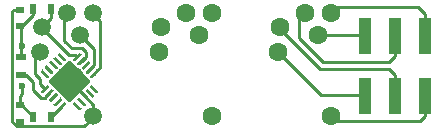
<source format=gbr>
G04 #@! TF.GenerationSoftware,KiCad,Pcbnew,(5.1.2-1)-1*
G04 #@! TF.CreationDate,2019-07-19T11:44:39-07:00*
G04 #@! TF.ProjectId,class v3 - all,636c6173-7320-4763-9320-2d20616c6c2e,rev?*
G04 #@! TF.SameCoordinates,Original*
G04 #@! TF.FileFunction,Copper,L1,Top*
G04 #@! TF.FilePolarity,Positive*
%FSLAX46Y46*%
G04 Gerber Fmt 4.6, Leading zero omitted, Abs format (unit mm)*
G04 Created by KiCad (PCBNEW (5.1.2-1)-1) date 2019-07-19 11:44:39*
%MOMM*%
%LPD*%
G04 APERTURE LIST*
%ADD10C,1.600000*%
%ADD11R,1.000000X3.150000*%
%ADD12R,0.700000X0.600000*%
%ADD13C,1.500000*%
%ADD14R,0.900000X0.500000*%
%ADD15R,0.500000X0.900000*%
%ADD16C,0.100000*%
%ADD17C,2.600000*%
%ADD18C,0.250000*%
%ADD19C,0.800000*%
%ADD20C,0.600000*%
%ADD21C,0.250000*%
G04 APERTURE END LIST*
D10*
X120600000Y-89040000D03*
X125090000Y-85700000D03*
X120760000Y-86900000D03*
X122910000Y-85700000D03*
X125090000Y-94450000D03*
X123960000Y-87590000D03*
D11*
X133010000Y-87675000D03*
X133010000Y-92725000D03*
X130470000Y-87675000D03*
X130470000Y-92725000D03*
X127930000Y-87675000D03*
X127930000Y-92725000D03*
D10*
X114990000Y-85720000D03*
X113860000Y-87610000D03*
X110500000Y-89060000D03*
X114990000Y-94470000D03*
X112810000Y-85720000D03*
X110660000Y-86920000D03*
D12*
X98750000Y-86880000D03*
X98750000Y-85480000D03*
X98750000Y-93560000D03*
X98750000Y-94960000D03*
D13*
X100600000Y-86920000D03*
X104930000Y-94470000D03*
D14*
X98840000Y-90970000D03*
X98840000Y-89470000D03*
D15*
X99840000Y-85420000D03*
X101340000Y-85420000D03*
X101370000Y-94550000D03*
X99870000Y-94550000D03*
D13*
X100440000Y-89060000D03*
X103800000Y-87610000D03*
X104930000Y-85720000D03*
X102750000Y-85720000D03*
D16*
G36*
X102964504Y-89796280D02*
G01*
X102988773Y-89799880D01*
X103012571Y-89805841D01*
X103035671Y-89814106D01*
X103057849Y-89824596D01*
X103078893Y-89837209D01*
X103098598Y-89851823D01*
X103116777Y-89868299D01*
X104601701Y-91353223D01*
X104618177Y-91371402D01*
X104632791Y-91391107D01*
X104645404Y-91412151D01*
X104655894Y-91434329D01*
X104664159Y-91457429D01*
X104670120Y-91481227D01*
X104673720Y-91505496D01*
X104674924Y-91530000D01*
X104673720Y-91554504D01*
X104670120Y-91578773D01*
X104664159Y-91602571D01*
X104655894Y-91625671D01*
X104645404Y-91647849D01*
X104632791Y-91668893D01*
X104618177Y-91688598D01*
X104601701Y-91706777D01*
X103116777Y-93191701D01*
X103098598Y-93208177D01*
X103078893Y-93222791D01*
X103057849Y-93235404D01*
X103035671Y-93245894D01*
X103012571Y-93254159D01*
X102988773Y-93260120D01*
X102964504Y-93263720D01*
X102940000Y-93264924D01*
X102915496Y-93263720D01*
X102891227Y-93260120D01*
X102867429Y-93254159D01*
X102844329Y-93245894D01*
X102822151Y-93235404D01*
X102801107Y-93222791D01*
X102781402Y-93208177D01*
X102763223Y-93191701D01*
X101278299Y-91706777D01*
X101261823Y-91688598D01*
X101247209Y-91668893D01*
X101234596Y-91647849D01*
X101224106Y-91625671D01*
X101215841Y-91602571D01*
X101209880Y-91578773D01*
X101206280Y-91554504D01*
X101205076Y-91530000D01*
X101206280Y-91505496D01*
X101209880Y-91481227D01*
X101215841Y-91457429D01*
X101224106Y-91434329D01*
X101234596Y-91412151D01*
X101247209Y-91391107D01*
X101261823Y-91371402D01*
X101278299Y-91353223D01*
X102763223Y-89868299D01*
X102781402Y-89851823D01*
X102801107Y-89837209D01*
X102822151Y-89824596D01*
X102844329Y-89814106D01*
X102867429Y-89805841D01*
X102891227Y-89799880D01*
X102915496Y-89796280D01*
X102940000Y-89795076D01*
X102964504Y-89796280D01*
X102964504Y-89796280D01*
G37*
D17*
X102940000Y-91530000D03*
D16*
G36*
X101089971Y-91821355D02*
G01*
X101096038Y-91822255D01*
X101101988Y-91823745D01*
X101107763Y-91825812D01*
X101113307Y-91828434D01*
X101118568Y-91831587D01*
X101123495Y-91835241D01*
X101128039Y-91839360D01*
X101216427Y-91927748D01*
X101220546Y-91932292D01*
X101224200Y-91937219D01*
X101227353Y-91942480D01*
X101229975Y-91948024D01*
X101232042Y-91953799D01*
X101233532Y-91959749D01*
X101234432Y-91965816D01*
X101234733Y-91971942D01*
X101234432Y-91978068D01*
X101233532Y-91984135D01*
X101232042Y-91990085D01*
X101229975Y-91995860D01*
X101227353Y-92001404D01*
X101224200Y-92006665D01*
X101220546Y-92011592D01*
X101216427Y-92016136D01*
X100703775Y-92528788D01*
X100699231Y-92532907D01*
X100694304Y-92536561D01*
X100689043Y-92539714D01*
X100683499Y-92542336D01*
X100677724Y-92544403D01*
X100671774Y-92545893D01*
X100665707Y-92546793D01*
X100659581Y-92547094D01*
X100653455Y-92546793D01*
X100647388Y-92545893D01*
X100641438Y-92544403D01*
X100635663Y-92542336D01*
X100630119Y-92539714D01*
X100624858Y-92536561D01*
X100619931Y-92532907D01*
X100615387Y-92528788D01*
X100526999Y-92440400D01*
X100522880Y-92435856D01*
X100519226Y-92430929D01*
X100516073Y-92425668D01*
X100513451Y-92420124D01*
X100511384Y-92414349D01*
X100509894Y-92408399D01*
X100508994Y-92402332D01*
X100508693Y-92396206D01*
X100508994Y-92390080D01*
X100509894Y-92384013D01*
X100511384Y-92378063D01*
X100513451Y-92372288D01*
X100516073Y-92366744D01*
X100519226Y-92361483D01*
X100522880Y-92356556D01*
X100526999Y-92352012D01*
X101039651Y-91839360D01*
X101044195Y-91835241D01*
X101049122Y-91831587D01*
X101054383Y-91828434D01*
X101059927Y-91825812D01*
X101065702Y-91823745D01*
X101071652Y-91822255D01*
X101077719Y-91821355D01*
X101083845Y-91821054D01*
X101089971Y-91821355D01*
X101089971Y-91821355D01*
G37*
D18*
X100871713Y-92184074D03*
D16*
G36*
X101443524Y-92174908D02*
G01*
X101449591Y-92175808D01*
X101455541Y-92177298D01*
X101461316Y-92179365D01*
X101466860Y-92181987D01*
X101472121Y-92185140D01*
X101477048Y-92188794D01*
X101481592Y-92192913D01*
X101569980Y-92281301D01*
X101574099Y-92285845D01*
X101577753Y-92290772D01*
X101580906Y-92296033D01*
X101583528Y-92301577D01*
X101585595Y-92307352D01*
X101587085Y-92313302D01*
X101587985Y-92319369D01*
X101588286Y-92325495D01*
X101587985Y-92331621D01*
X101587085Y-92337688D01*
X101585595Y-92343638D01*
X101583528Y-92349413D01*
X101580906Y-92354957D01*
X101577753Y-92360218D01*
X101574099Y-92365145D01*
X101569980Y-92369689D01*
X101057328Y-92882341D01*
X101052784Y-92886460D01*
X101047857Y-92890114D01*
X101042596Y-92893267D01*
X101037052Y-92895889D01*
X101031277Y-92897956D01*
X101025327Y-92899446D01*
X101019260Y-92900346D01*
X101013134Y-92900647D01*
X101007008Y-92900346D01*
X101000941Y-92899446D01*
X100994991Y-92897956D01*
X100989216Y-92895889D01*
X100983672Y-92893267D01*
X100978411Y-92890114D01*
X100973484Y-92886460D01*
X100968940Y-92882341D01*
X100880552Y-92793953D01*
X100876433Y-92789409D01*
X100872779Y-92784482D01*
X100869626Y-92779221D01*
X100867004Y-92773677D01*
X100864937Y-92767902D01*
X100863447Y-92761952D01*
X100862547Y-92755885D01*
X100862246Y-92749759D01*
X100862547Y-92743633D01*
X100863447Y-92737566D01*
X100864937Y-92731616D01*
X100867004Y-92725841D01*
X100869626Y-92720297D01*
X100872779Y-92715036D01*
X100876433Y-92710109D01*
X100880552Y-92705565D01*
X101393204Y-92192913D01*
X101397748Y-92188794D01*
X101402675Y-92185140D01*
X101407936Y-92181987D01*
X101413480Y-92179365D01*
X101419255Y-92177298D01*
X101425205Y-92175808D01*
X101431272Y-92174908D01*
X101437398Y-92174607D01*
X101443524Y-92174908D01*
X101443524Y-92174908D01*
G37*
D18*
X101225266Y-92537627D03*
D16*
G36*
X101797077Y-92528462D02*
G01*
X101803144Y-92529362D01*
X101809094Y-92530852D01*
X101814869Y-92532919D01*
X101820413Y-92535541D01*
X101825674Y-92538694D01*
X101830601Y-92542348D01*
X101835145Y-92546467D01*
X101923533Y-92634855D01*
X101927652Y-92639399D01*
X101931306Y-92644326D01*
X101934459Y-92649587D01*
X101937081Y-92655131D01*
X101939148Y-92660906D01*
X101940638Y-92666856D01*
X101941538Y-92672923D01*
X101941839Y-92679049D01*
X101941538Y-92685175D01*
X101940638Y-92691242D01*
X101939148Y-92697192D01*
X101937081Y-92702967D01*
X101934459Y-92708511D01*
X101931306Y-92713772D01*
X101927652Y-92718699D01*
X101923533Y-92723243D01*
X101410881Y-93235895D01*
X101406337Y-93240014D01*
X101401410Y-93243668D01*
X101396149Y-93246821D01*
X101390605Y-93249443D01*
X101384830Y-93251510D01*
X101378880Y-93253000D01*
X101372813Y-93253900D01*
X101366687Y-93254201D01*
X101360561Y-93253900D01*
X101354494Y-93253000D01*
X101348544Y-93251510D01*
X101342769Y-93249443D01*
X101337225Y-93246821D01*
X101331964Y-93243668D01*
X101327037Y-93240014D01*
X101322493Y-93235895D01*
X101234105Y-93147507D01*
X101229986Y-93142963D01*
X101226332Y-93138036D01*
X101223179Y-93132775D01*
X101220557Y-93127231D01*
X101218490Y-93121456D01*
X101217000Y-93115506D01*
X101216100Y-93109439D01*
X101215799Y-93103313D01*
X101216100Y-93097187D01*
X101217000Y-93091120D01*
X101218490Y-93085170D01*
X101220557Y-93079395D01*
X101223179Y-93073851D01*
X101226332Y-93068590D01*
X101229986Y-93063663D01*
X101234105Y-93059119D01*
X101746757Y-92546467D01*
X101751301Y-92542348D01*
X101756228Y-92538694D01*
X101761489Y-92535541D01*
X101767033Y-92532919D01*
X101772808Y-92530852D01*
X101778758Y-92529362D01*
X101784825Y-92528462D01*
X101790951Y-92528161D01*
X101797077Y-92528462D01*
X101797077Y-92528462D01*
G37*
D18*
X101578819Y-92891181D03*
D16*
G36*
X102150631Y-92882015D02*
G01*
X102156698Y-92882915D01*
X102162648Y-92884405D01*
X102168423Y-92886472D01*
X102173967Y-92889094D01*
X102179228Y-92892247D01*
X102184155Y-92895901D01*
X102188699Y-92900020D01*
X102277087Y-92988408D01*
X102281206Y-92992952D01*
X102284860Y-92997879D01*
X102288013Y-93003140D01*
X102290635Y-93008684D01*
X102292702Y-93014459D01*
X102294192Y-93020409D01*
X102295092Y-93026476D01*
X102295393Y-93032602D01*
X102295092Y-93038728D01*
X102294192Y-93044795D01*
X102292702Y-93050745D01*
X102290635Y-93056520D01*
X102288013Y-93062064D01*
X102284860Y-93067325D01*
X102281206Y-93072252D01*
X102277087Y-93076796D01*
X101764435Y-93589448D01*
X101759891Y-93593567D01*
X101754964Y-93597221D01*
X101749703Y-93600374D01*
X101744159Y-93602996D01*
X101738384Y-93605063D01*
X101732434Y-93606553D01*
X101726367Y-93607453D01*
X101720241Y-93607754D01*
X101714115Y-93607453D01*
X101708048Y-93606553D01*
X101702098Y-93605063D01*
X101696323Y-93602996D01*
X101690779Y-93600374D01*
X101685518Y-93597221D01*
X101680591Y-93593567D01*
X101676047Y-93589448D01*
X101587659Y-93501060D01*
X101583540Y-93496516D01*
X101579886Y-93491589D01*
X101576733Y-93486328D01*
X101574111Y-93480784D01*
X101572044Y-93475009D01*
X101570554Y-93469059D01*
X101569654Y-93462992D01*
X101569353Y-93456866D01*
X101569654Y-93450740D01*
X101570554Y-93444673D01*
X101572044Y-93438723D01*
X101574111Y-93432948D01*
X101576733Y-93427404D01*
X101579886Y-93422143D01*
X101583540Y-93417216D01*
X101587659Y-93412672D01*
X102100311Y-92900020D01*
X102104855Y-92895901D01*
X102109782Y-92892247D01*
X102115043Y-92889094D01*
X102120587Y-92886472D01*
X102126362Y-92884405D01*
X102132312Y-92882915D01*
X102138379Y-92882015D01*
X102144505Y-92881714D01*
X102150631Y-92882015D01*
X102150631Y-92882015D01*
G37*
D18*
X101932373Y-93244734D03*
D16*
G36*
X102504184Y-93235568D02*
G01*
X102510251Y-93236468D01*
X102516201Y-93237958D01*
X102521976Y-93240025D01*
X102527520Y-93242647D01*
X102532781Y-93245800D01*
X102537708Y-93249454D01*
X102542252Y-93253573D01*
X102630640Y-93341961D01*
X102634759Y-93346505D01*
X102638413Y-93351432D01*
X102641566Y-93356693D01*
X102644188Y-93362237D01*
X102646255Y-93368012D01*
X102647745Y-93373962D01*
X102648645Y-93380029D01*
X102648946Y-93386155D01*
X102648645Y-93392281D01*
X102647745Y-93398348D01*
X102646255Y-93404298D01*
X102644188Y-93410073D01*
X102641566Y-93415617D01*
X102638413Y-93420878D01*
X102634759Y-93425805D01*
X102630640Y-93430349D01*
X102117988Y-93943001D01*
X102113444Y-93947120D01*
X102108517Y-93950774D01*
X102103256Y-93953927D01*
X102097712Y-93956549D01*
X102091937Y-93958616D01*
X102085987Y-93960106D01*
X102079920Y-93961006D01*
X102073794Y-93961307D01*
X102067668Y-93961006D01*
X102061601Y-93960106D01*
X102055651Y-93958616D01*
X102049876Y-93956549D01*
X102044332Y-93953927D01*
X102039071Y-93950774D01*
X102034144Y-93947120D01*
X102029600Y-93943001D01*
X101941212Y-93854613D01*
X101937093Y-93850069D01*
X101933439Y-93845142D01*
X101930286Y-93839881D01*
X101927664Y-93834337D01*
X101925597Y-93828562D01*
X101924107Y-93822612D01*
X101923207Y-93816545D01*
X101922906Y-93810419D01*
X101923207Y-93804293D01*
X101924107Y-93798226D01*
X101925597Y-93792276D01*
X101927664Y-93786501D01*
X101930286Y-93780957D01*
X101933439Y-93775696D01*
X101937093Y-93770769D01*
X101941212Y-93766225D01*
X102453864Y-93253573D01*
X102458408Y-93249454D01*
X102463335Y-93245800D01*
X102468596Y-93242647D01*
X102474140Y-93240025D01*
X102479915Y-93237958D01*
X102485865Y-93236468D01*
X102491932Y-93235568D01*
X102498058Y-93235267D01*
X102504184Y-93235568D01*
X102504184Y-93235568D01*
G37*
D18*
X102285926Y-93598287D03*
D16*
G36*
X103388068Y-93235568D02*
G01*
X103394135Y-93236468D01*
X103400085Y-93237958D01*
X103405860Y-93240025D01*
X103411404Y-93242647D01*
X103416665Y-93245800D01*
X103421592Y-93249454D01*
X103426136Y-93253573D01*
X103938788Y-93766225D01*
X103942907Y-93770769D01*
X103946561Y-93775696D01*
X103949714Y-93780957D01*
X103952336Y-93786501D01*
X103954403Y-93792276D01*
X103955893Y-93798226D01*
X103956793Y-93804293D01*
X103957094Y-93810419D01*
X103956793Y-93816545D01*
X103955893Y-93822612D01*
X103954403Y-93828562D01*
X103952336Y-93834337D01*
X103949714Y-93839881D01*
X103946561Y-93845142D01*
X103942907Y-93850069D01*
X103938788Y-93854613D01*
X103850400Y-93943001D01*
X103845856Y-93947120D01*
X103840929Y-93950774D01*
X103835668Y-93953927D01*
X103830124Y-93956549D01*
X103824349Y-93958616D01*
X103818399Y-93960106D01*
X103812332Y-93961006D01*
X103806206Y-93961307D01*
X103800080Y-93961006D01*
X103794013Y-93960106D01*
X103788063Y-93958616D01*
X103782288Y-93956549D01*
X103776744Y-93953927D01*
X103771483Y-93950774D01*
X103766556Y-93947120D01*
X103762012Y-93943001D01*
X103249360Y-93430349D01*
X103245241Y-93425805D01*
X103241587Y-93420878D01*
X103238434Y-93415617D01*
X103235812Y-93410073D01*
X103233745Y-93404298D01*
X103232255Y-93398348D01*
X103231355Y-93392281D01*
X103231054Y-93386155D01*
X103231355Y-93380029D01*
X103232255Y-93373962D01*
X103233745Y-93368012D01*
X103235812Y-93362237D01*
X103238434Y-93356693D01*
X103241587Y-93351432D01*
X103245241Y-93346505D01*
X103249360Y-93341961D01*
X103337748Y-93253573D01*
X103342292Y-93249454D01*
X103347219Y-93245800D01*
X103352480Y-93242647D01*
X103358024Y-93240025D01*
X103363799Y-93237958D01*
X103369749Y-93236468D01*
X103375816Y-93235568D01*
X103381942Y-93235267D01*
X103388068Y-93235568D01*
X103388068Y-93235568D01*
G37*
D18*
X103594074Y-93598287D03*
D16*
G36*
X103741621Y-92882015D02*
G01*
X103747688Y-92882915D01*
X103753638Y-92884405D01*
X103759413Y-92886472D01*
X103764957Y-92889094D01*
X103770218Y-92892247D01*
X103775145Y-92895901D01*
X103779689Y-92900020D01*
X104292341Y-93412672D01*
X104296460Y-93417216D01*
X104300114Y-93422143D01*
X104303267Y-93427404D01*
X104305889Y-93432948D01*
X104307956Y-93438723D01*
X104309446Y-93444673D01*
X104310346Y-93450740D01*
X104310647Y-93456866D01*
X104310346Y-93462992D01*
X104309446Y-93469059D01*
X104307956Y-93475009D01*
X104305889Y-93480784D01*
X104303267Y-93486328D01*
X104300114Y-93491589D01*
X104296460Y-93496516D01*
X104292341Y-93501060D01*
X104203953Y-93589448D01*
X104199409Y-93593567D01*
X104194482Y-93597221D01*
X104189221Y-93600374D01*
X104183677Y-93602996D01*
X104177902Y-93605063D01*
X104171952Y-93606553D01*
X104165885Y-93607453D01*
X104159759Y-93607754D01*
X104153633Y-93607453D01*
X104147566Y-93606553D01*
X104141616Y-93605063D01*
X104135841Y-93602996D01*
X104130297Y-93600374D01*
X104125036Y-93597221D01*
X104120109Y-93593567D01*
X104115565Y-93589448D01*
X103602913Y-93076796D01*
X103598794Y-93072252D01*
X103595140Y-93067325D01*
X103591987Y-93062064D01*
X103589365Y-93056520D01*
X103587298Y-93050745D01*
X103585808Y-93044795D01*
X103584908Y-93038728D01*
X103584607Y-93032602D01*
X103584908Y-93026476D01*
X103585808Y-93020409D01*
X103587298Y-93014459D01*
X103589365Y-93008684D01*
X103591987Y-93003140D01*
X103595140Y-92997879D01*
X103598794Y-92992952D01*
X103602913Y-92988408D01*
X103691301Y-92900020D01*
X103695845Y-92895901D01*
X103700772Y-92892247D01*
X103706033Y-92889094D01*
X103711577Y-92886472D01*
X103717352Y-92884405D01*
X103723302Y-92882915D01*
X103729369Y-92882015D01*
X103735495Y-92881714D01*
X103741621Y-92882015D01*
X103741621Y-92882015D01*
G37*
D18*
X103947627Y-93244734D03*
D16*
G36*
X104095175Y-92528462D02*
G01*
X104101242Y-92529362D01*
X104107192Y-92530852D01*
X104112967Y-92532919D01*
X104118511Y-92535541D01*
X104123772Y-92538694D01*
X104128699Y-92542348D01*
X104133243Y-92546467D01*
X104645895Y-93059119D01*
X104650014Y-93063663D01*
X104653668Y-93068590D01*
X104656821Y-93073851D01*
X104659443Y-93079395D01*
X104661510Y-93085170D01*
X104663000Y-93091120D01*
X104663900Y-93097187D01*
X104664201Y-93103313D01*
X104663900Y-93109439D01*
X104663000Y-93115506D01*
X104661510Y-93121456D01*
X104659443Y-93127231D01*
X104656821Y-93132775D01*
X104653668Y-93138036D01*
X104650014Y-93142963D01*
X104645895Y-93147507D01*
X104557507Y-93235895D01*
X104552963Y-93240014D01*
X104548036Y-93243668D01*
X104542775Y-93246821D01*
X104537231Y-93249443D01*
X104531456Y-93251510D01*
X104525506Y-93253000D01*
X104519439Y-93253900D01*
X104513313Y-93254201D01*
X104507187Y-93253900D01*
X104501120Y-93253000D01*
X104495170Y-93251510D01*
X104489395Y-93249443D01*
X104483851Y-93246821D01*
X104478590Y-93243668D01*
X104473663Y-93240014D01*
X104469119Y-93235895D01*
X103956467Y-92723243D01*
X103952348Y-92718699D01*
X103948694Y-92713772D01*
X103945541Y-92708511D01*
X103942919Y-92702967D01*
X103940852Y-92697192D01*
X103939362Y-92691242D01*
X103938462Y-92685175D01*
X103938161Y-92679049D01*
X103938462Y-92672923D01*
X103939362Y-92666856D01*
X103940852Y-92660906D01*
X103942919Y-92655131D01*
X103945541Y-92649587D01*
X103948694Y-92644326D01*
X103952348Y-92639399D01*
X103956467Y-92634855D01*
X104044855Y-92546467D01*
X104049399Y-92542348D01*
X104054326Y-92538694D01*
X104059587Y-92535541D01*
X104065131Y-92532919D01*
X104070906Y-92530852D01*
X104076856Y-92529362D01*
X104082923Y-92528462D01*
X104089049Y-92528161D01*
X104095175Y-92528462D01*
X104095175Y-92528462D01*
G37*
D18*
X104301181Y-92891181D03*
D16*
G36*
X104448728Y-92174908D02*
G01*
X104454795Y-92175808D01*
X104460745Y-92177298D01*
X104466520Y-92179365D01*
X104472064Y-92181987D01*
X104477325Y-92185140D01*
X104482252Y-92188794D01*
X104486796Y-92192913D01*
X104999448Y-92705565D01*
X105003567Y-92710109D01*
X105007221Y-92715036D01*
X105010374Y-92720297D01*
X105012996Y-92725841D01*
X105015063Y-92731616D01*
X105016553Y-92737566D01*
X105017453Y-92743633D01*
X105017754Y-92749759D01*
X105017453Y-92755885D01*
X105016553Y-92761952D01*
X105015063Y-92767902D01*
X105012996Y-92773677D01*
X105010374Y-92779221D01*
X105007221Y-92784482D01*
X105003567Y-92789409D01*
X104999448Y-92793953D01*
X104911060Y-92882341D01*
X104906516Y-92886460D01*
X104901589Y-92890114D01*
X104896328Y-92893267D01*
X104890784Y-92895889D01*
X104885009Y-92897956D01*
X104879059Y-92899446D01*
X104872992Y-92900346D01*
X104866866Y-92900647D01*
X104860740Y-92900346D01*
X104854673Y-92899446D01*
X104848723Y-92897956D01*
X104842948Y-92895889D01*
X104837404Y-92893267D01*
X104832143Y-92890114D01*
X104827216Y-92886460D01*
X104822672Y-92882341D01*
X104310020Y-92369689D01*
X104305901Y-92365145D01*
X104302247Y-92360218D01*
X104299094Y-92354957D01*
X104296472Y-92349413D01*
X104294405Y-92343638D01*
X104292915Y-92337688D01*
X104292015Y-92331621D01*
X104291714Y-92325495D01*
X104292015Y-92319369D01*
X104292915Y-92313302D01*
X104294405Y-92307352D01*
X104296472Y-92301577D01*
X104299094Y-92296033D01*
X104302247Y-92290772D01*
X104305901Y-92285845D01*
X104310020Y-92281301D01*
X104398408Y-92192913D01*
X104402952Y-92188794D01*
X104407879Y-92185140D01*
X104413140Y-92181987D01*
X104418684Y-92179365D01*
X104424459Y-92177298D01*
X104430409Y-92175808D01*
X104436476Y-92174908D01*
X104442602Y-92174607D01*
X104448728Y-92174908D01*
X104448728Y-92174908D01*
G37*
D18*
X104654734Y-92537627D03*
D16*
G36*
X104802281Y-91821355D02*
G01*
X104808348Y-91822255D01*
X104814298Y-91823745D01*
X104820073Y-91825812D01*
X104825617Y-91828434D01*
X104830878Y-91831587D01*
X104835805Y-91835241D01*
X104840349Y-91839360D01*
X105353001Y-92352012D01*
X105357120Y-92356556D01*
X105360774Y-92361483D01*
X105363927Y-92366744D01*
X105366549Y-92372288D01*
X105368616Y-92378063D01*
X105370106Y-92384013D01*
X105371006Y-92390080D01*
X105371307Y-92396206D01*
X105371006Y-92402332D01*
X105370106Y-92408399D01*
X105368616Y-92414349D01*
X105366549Y-92420124D01*
X105363927Y-92425668D01*
X105360774Y-92430929D01*
X105357120Y-92435856D01*
X105353001Y-92440400D01*
X105264613Y-92528788D01*
X105260069Y-92532907D01*
X105255142Y-92536561D01*
X105249881Y-92539714D01*
X105244337Y-92542336D01*
X105238562Y-92544403D01*
X105232612Y-92545893D01*
X105226545Y-92546793D01*
X105220419Y-92547094D01*
X105214293Y-92546793D01*
X105208226Y-92545893D01*
X105202276Y-92544403D01*
X105196501Y-92542336D01*
X105190957Y-92539714D01*
X105185696Y-92536561D01*
X105180769Y-92532907D01*
X105176225Y-92528788D01*
X104663573Y-92016136D01*
X104659454Y-92011592D01*
X104655800Y-92006665D01*
X104652647Y-92001404D01*
X104650025Y-91995860D01*
X104647958Y-91990085D01*
X104646468Y-91984135D01*
X104645568Y-91978068D01*
X104645267Y-91971942D01*
X104645568Y-91965816D01*
X104646468Y-91959749D01*
X104647958Y-91953799D01*
X104650025Y-91948024D01*
X104652647Y-91942480D01*
X104655800Y-91937219D01*
X104659454Y-91932292D01*
X104663573Y-91927748D01*
X104751961Y-91839360D01*
X104756505Y-91835241D01*
X104761432Y-91831587D01*
X104766693Y-91828434D01*
X104772237Y-91825812D01*
X104778012Y-91823745D01*
X104783962Y-91822255D01*
X104790029Y-91821355D01*
X104796155Y-91821054D01*
X104802281Y-91821355D01*
X104802281Y-91821355D01*
G37*
D18*
X105008287Y-92184074D03*
D16*
G36*
X105226545Y-90513207D02*
G01*
X105232612Y-90514107D01*
X105238562Y-90515597D01*
X105244337Y-90517664D01*
X105249881Y-90520286D01*
X105255142Y-90523439D01*
X105260069Y-90527093D01*
X105264613Y-90531212D01*
X105353001Y-90619600D01*
X105357120Y-90624144D01*
X105360774Y-90629071D01*
X105363927Y-90634332D01*
X105366549Y-90639876D01*
X105368616Y-90645651D01*
X105370106Y-90651601D01*
X105371006Y-90657668D01*
X105371307Y-90663794D01*
X105371006Y-90669920D01*
X105370106Y-90675987D01*
X105368616Y-90681937D01*
X105366549Y-90687712D01*
X105363927Y-90693256D01*
X105360774Y-90698517D01*
X105357120Y-90703444D01*
X105353001Y-90707988D01*
X104840349Y-91220640D01*
X104835805Y-91224759D01*
X104830878Y-91228413D01*
X104825617Y-91231566D01*
X104820073Y-91234188D01*
X104814298Y-91236255D01*
X104808348Y-91237745D01*
X104802281Y-91238645D01*
X104796155Y-91238946D01*
X104790029Y-91238645D01*
X104783962Y-91237745D01*
X104778012Y-91236255D01*
X104772237Y-91234188D01*
X104766693Y-91231566D01*
X104761432Y-91228413D01*
X104756505Y-91224759D01*
X104751961Y-91220640D01*
X104663573Y-91132252D01*
X104659454Y-91127708D01*
X104655800Y-91122781D01*
X104652647Y-91117520D01*
X104650025Y-91111976D01*
X104647958Y-91106201D01*
X104646468Y-91100251D01*
X104645568Y-91094184D01*
X104645267Y-91088058D01*
X104645568Y-91081932D01*
X104646468Y-91075865D01*
X104647958Y-91069915D01*
X104650025Y-91064140D01*
X104652647Y-91058596D01*
X104655800Y-91053335D01*
X104659454Y-91048408D01*
X104663573Y-91043864D01*
X105176225Y-90531212D01*
X105180769Y-90527093D01*
X105185696Y-90523439D01*
X105190957Y-90520286D01*
X105196501Y-90517664D01*
X105202276Y-90515597D01*
X105208226Y-90514107D01*
X105214293Y-90513207D01*
X105220419Y-90512906D01*
X105226545Y-90513207D01*
X105226545Y-90513207D01*
G37*
D18*
X105008287Y-90875926D03*
D16*
G36*
X104872992Y-90159654D02*
G01*
X104879059Y-90160554D01*
X104885009Y-90162044D01*
X104890784Y-90164111D01*
X104896328Y-90166733D01*
X104901589Y-90169886D01*
X104906516Y-90173540D01*
X104911060Y-90177659D01*
X104999448Y-90266047D01*
X105003567Y-90270591D01*
X105007221Y-90275518D01*
X105010374Y-90280779D01*
X105012996Y-90286323D01*
X105015063Y-90292098D01*
X105016553Y-90298048D01*
X105017453Y-90304115D01*
X105017754Y-90310241D01*
X105017453Y-90316367D01*
X105016553Y-90322434D01*
X105015063Y-90328384D01*
X105012996Y-90334159D01*
X105010374Y-90339703D01*
X105007221Y-90344964D01*
X105003567Y-90349891D01*
X104999448Y-90354435D01*
X104486796Y-90867087D01*
X104482252Y-90871206D01*
X104477325Y-90874860D01*
X104472064Y-90878013D01*
X104466520Y-90880635D01*
X104460745Y-90882702D01*
X104454795Y-90884192D01*
X104448728Y-90885092D01*
X104442602Y-90885393D01*
X104436476Y-90885092D01*
X104430409Y-90884192D01*
X104424459Y-90882702D01*
X104418684Y-90880635D01*
X104413140Y-90878013D01*
X104407879Y-90874860D01*
X104402952Y-90871206D01*
X104398408Y-90867087D01*
X104310020Y-90778699D01*
X104305901Y-90774155D01*
X104302247Y-90769228D01*
X104299094Y-90763967D01*
X104296472Y-90758423D01*
X104294405Y-90752648D01*
X104292915Y-90746698D01*
X104292015Y-90740631D01*
X104291714Y-90734505D01*
X104292015Y-90728379D01*
X104292915Y-90722312D01*
X104294405Y-90716362D01*
X104296472Y-90710587D01*
X104299094Y-90705043D01*
X104302247Y-90699782D01*
X104305901Y-90694855D01*
X104310020Y-90690311D01*
X104822672Y-90177659D01*
X104827216Y-90173540D01*
X104832143Y-90169886D01*
X104837404Y-90166733D01*
X104842948Y-90164111D01*
X104848723Y-90162044D01*
X104854673Y-90160554D01*
X104860740Y-90159654D01*
X104866866Y-90159353D01*
X104872992Y-90159654D01*
X104872992Y-90159654D01*
G37*
D18*
X104654734Y-90522373D03*
D16*
G36*
X104519439Y-89806100D02*
G01*
X104525506Y-89807000D01*
X104531456Y-89808490D01*
X104537231Y-89810557D01*
X104542775Y-89813179D01*
X104548036Y-89816332D01*
X104552963Y-89819986D01*
X104557507Y-89824105D01*
X104645895Y-89912493D01*
X104650014Y-89917037D01*
X104653668Y-89921964D01*
X104656821Y-89927225D01*
X104659443Y-89932769D01*
X104661510Y-89938544D01*
X104663000Y-89944494D01*
X104663900Y-89950561D01*
X104664201Y-89956687D01*
X104663900Y-89962813D01*
X104663000Y-89968880D01*
X104661510Y-89974830D01*
X104659443Y-89980605D01*
X104656821Y-89986149D01*
X104653668Y-89991410D01*
X104650014Y-89996337D01*
X104645895Y-90000881D01*
X104133243Y-90513533D01*
X104128699Y-90517652D01*
X104123772Y-90521306D01*
X104118511Y-90524459D01*
X104112967Y-90527081D01*
X104107192Y-90529148D01*
X104101242Y-90530638D01*
X104095175Y-90531538D01*
X104089049Y-90531839D01*
X104082923Y-90531538D01*
X104076856Y-90530638D01*
X104070906Y-90529148D01*
X104065131Y-90527081D01*
X104059587Y-90524459D01*
X104054326Y-90521306D01*
X104049399Y-90517652D01*
X104044855Y-90513533D01*
X103956467Y-90425145D01*
X103952348Y-90420601D01*
X103948694Y-90415674D01*
X103945541Y-90410413D01*
X103942919Y-90404869D01*
X103940852Y-90399094D01*
X103939362Y-90393144D01*
X103938462Y-90387077D01*
X103938161Y-90380951D01*
X103938462Y-90374825D01*
X103939362Y-90368758D01*
X103940852Y-90362808D01*
X103942919Y-90357033D01*
X103945541Y-90351489D01*
X103948694Y-90346228D01*
X103952348Y-90341301D01*
X103956467Y-90336757D01*
X104469119Y-89824105D01*
X104473663Y-89819986D01*
X104478590Y-89816332D01*
X104483851Y-89813179D01*
X104489395Y-89810557D01*
X104495170Y-89808490D01*
X104501120Y-89807000D01*
X104507187Y-89806100D01*
X104513313Y-89805799D01*
X104519439Y-89806100D01*
X104519439Y-89806100D01*
G37*
D18*
X104301181Y-90168819D03*
D16*
G36*
X104165885Y-89452547D02*
G01*
X104171952Y-89453447D01*
X104177902Y-89454937D01*
X104183677Y-89457004D01*
X104189221Y-89459626D01*
X104194482Y-89462779D01*
X104199409Y-89466433D01*
X104203953Y-89470552D01*
X104292341Y-89558940D01*
X104296460Y-89563484D01*
X104300114Y-89568411D01*
X104303267Y-89573672D01*
X104305889Y-89579216D01*
X104307956Y-89584991D01*
X104309446Y-89590941D01*
X104310346Y-89597008D01*
X104310647Y-89603134D01*
X104310346Y-89609260D01*
X104309446Y-89615327D01*
X104307956Y-89621277D01*
X104305889Y-89627052D01*
X104303267Y-89632596D01*
X104300114Y-89637857D01*
X104296460Y-89642784D01*
X104292341Y-89647328D01*
X103779689Y-90159980D01*
X103775145Y-90164099D01*
X103770218Y-90167753D01*
X103764957Y-90170906D01*
X103759413Y-90173528D01*
X103753638Y-90175595D01*
X103747688Y-90177085D01*
X103741621Y-90177985D01*
X103735495Y-90178286D01*
X103729369Y-90177985D01*
X103723302Y-90177085D01*
X103717352Y-90175595D01*
X103711577Y-90173528D01*
X103706033Y-90170906D01*
X103700772Y-90167753D01*
X103695845Y-90164099D01*
X103691301Y-90159980D01*
X103602913Y-90071592D01*
X103598794Y-90067048D01*
X103595140Y-90062121D01*
X103591987Y-90056860D01*
X103589365Y-90051316D01*
X103587298Y-90045541D01*
X103585808Y-90039591D01*
X103584908Y-90033524D01*
X103584607Y-90027398D01*
X103584908Y-90021272D01*
X103585808Y-90015205D01*
X103587298Y-90009255D01*
X103589365Y-90003480D01*
X103591987Y-89997936D01*
X103595140Y-89992675D01*
X103598794Y-89987748D01*
X103602913Y-89983204D01*
X104115565Y-89470552D01*
X104120109Y-89466433D01*
X104125036Y-89462779D01*
X104130297Y-89459626D01*
X104135841Y-89457004D01*
X104141616Y-89454937D01*
X104147566Y-89453447D01*
X104153633Y-89452547D01*
X104159759Y-89452246D01*
X104165885Y-89452547D01*
X104165885Y-89452547D01*
G37*
D18*
X103947627Y-89815266D03*
D16*
G36*
X103812332Y-89098994D02*
G01*
X103818399Y-89099894D01*
X103824349Y-89101384D01*
X103830124Y-89103451D01*
X103835668Y-89106073D01*
X103840929Y-89109226D01*
X103845856Y-89112880D01*
X103850400Y-89116999D01*
X103938788Y-89205387D01*
X103942907Y-89209931D01*
X103946561Y-89214858D01*
X103949714Y-89220119D01*
X103952336Y-89225663D01*
X103954403Y-89231438D01*
X103955893Y-89237388D01*
X103956793Y-89243455D01*
X103957094Y-89249581D01*
X103956793Y-89255707D01*
X103955893Y-89261774D01*
X103954403Y-89267724D01*
X103952336Y-89273499D01*
X103949714Y-89279043D01*
X103946561Y-89284304D01*
X103942907Y-89289231D01*
X103938788Y-89293775D01*
X103426136Y-89806427D01*
X103421592Y-89810546D01*
X103416665Y-89814200D01*
X103411404Y-89817353D01*
X103405860Y-89819975D01*
X103400085Y-89822042D01*
X103394135Y-89823532D01*
X103388068Y-89824432D01*
X103381942Y-89824733D01*
X103375816Y-89824432D01*
X103369749Y-89823532D01*
X103363799Y-89822042D01*
X103358024Y-89819975D01*
X103352480Y-89817353D01*
X103347219Y-89814200D01*
X103342292Y-89810546D01*
X103337748Y-89806427D01*
X103249360Y-89718039D01*
X103245241Y-89713495D01*
X103241587Y-89708568D01*
X103238434Y-89703307D01*
X103235812Y-89697763D01*
X103233745Y-89691988D01*
X103232255Y-89686038D01*
X103231355Y-89679971D01*
X103231054Y-89673845D01*
X103231355Y-89667719D01*
X103232255Y-89661652D01*
X103233745Y-89655702D01*
X103235812Y-89649927D01*
X103238434Y-89644383D01*
X103241587Y-89639122D01*
X103245241Y-89634195D01*
X103249360Y-89629651D01*
X103762012Y-89116999D01*
X103766556Y-89112880D01*
X103771483Y-89109226D01*
X103776744Y-89106073D01*
X103782288Y-89103451D01*
X103788063Y-89101384D01*
X103794013Y-89099894D01*
X103800080Y-89098994D01*
X103806206Y-89098693D01*
X103812332Y-89098994D01*
X103812332Y-89098994D01*
G37*
D18*
X103594074Y-89461713D03*
D16*
G36*
X102079920Y-89098994D02*
G01*
X102085987Y-89099894D01*
X102091937Y-89101384D01*
X102097712Y-89103451D01*
X102103256Y-89106073D01*
X102108517Y-89109226D01*
X102113444Y-89112880D01*
X102117988Y-89116999D01*
X102630640Y-89629651D01*
X102634759Y-89634195D01*
X102638413Y-89639122D01*
X102641566Y-89644383D01*
X102644188Y-89649927D01*
X102646255Y-89655702D01*
X102647745Y-89661652D01*
X102648645Y-89667719D01*
X102648946Y-89673845D01*
X102648645Y-89679971D01*
X102647745Y-89686038D01*
X102646255Y-89691988D01*
X102644188Y-89697763D01*
X102641566Y-89703307D01*
X102638413Y-89708568D01*
X102634759Y-89713495D01*
X102630640Y-89718039D01*
X102542252Y-89806427D01*
X102537708Y-89810546D01*
X102532781Y-89814200D01*
X102527520Y-89817353D01*
X102521976Y-89819975D01*
X102516201Y-89822042D01*
X102510251Y-89823532D01*
X102504184Y-89824432D01*
X102498058Y-89824733D01*
X102491932Y-89824432D01*
X102485865Y-89823532D01*
X102479915Y-89822042D01*
X102474140Y-89819975D01*
X102468596Y-89817353D01*
X102463335Y-89814200D01*
X102458408Y-89810546D01*
X102453864Y-89806427D01*
X101941212Y-89293775D01*
X101937093Y-89289231D01*
X101933439Y-89284304D01*
X101930286Y-89279043D01*
X101927664Y-89273499D01*
X101925597Y-89267724D01*
X101924107Y-89261774D01*
X101923207Y-89255707D01*
X101922906Y-89249581D01*
X101923207Y-89243455D01*
X101924107Y-89237388D01*
X101925597Y-89231438D01*
X101927664Y-89225663D01*
X101930286Y-89220119D01*
X101933439Y-89214858D01*
X101937093Y-89209931D01*
X101941212Y-89205387D01*
X102029600Y-89116999D01*
X102034144Y-89112880D01*
X102039071Y-89109226D01*
X102044332Y-89106073D01*
X102049876Y-89103451D01*
X102055651Y-89101384D01*
X102061601Y-89099894D01*
X102067668Y-89098994D01*
X102073794Y-89098693D01*
X102079920Y-89098994D01*
X102079920Y-89098994D01*
G37*
D18*
X102285926Y-89461713D03*
D16*
G36*
X101726367Y-89452547D02*
G01*
X101732434Y-89453447D01*
X101738384Y-89454937D01*
X101744159Y-89457004D01*
X101749703Y-89459626D01*
X101754964Y-89462779D01*
X101759891Y-89466433D01*
X101764435Y-89470552D01*
X102277087Y-89983204D01*
X102281206Y-89987748D01*
X102284860Y-89992675D01*
X102288013Y-89997936D01*
X102290635Y-90003480D01*
X102292702Y-90009255D01*
X102294192Y-90015205D01*
X102295092Y-90021272D01*
X102295393Y-90027398D01*
X102295092Y-90033524D01*
X102294192Y-90039591D01*
X102292702Y-90045541D01*
X102290635Y-90051316D01*
X102288013Y-90056860D01*
X102284860Y-90062121D01*
X102281206Y-90067048D01*
X102277087Y-90071592D01*
X102188699Y-90159980D01*
X102184155Y-90164099D01*
X102179228Y-90167753D01*
X102173967Y-90170906D01*
X102168423Y-90173528D01*
X102162648Y-90175595D01*
X102156698Y-90177085D01*
X102150631Y-90177985D01*
X102144505Y-90178286D01*
X102138379Y-90177985D01*
X102132312Y-90177085D01*
X102126362Y-90175595D01*
X102120587Y-90173528D01*
X102115043Y-90170906D01*
X102109782Y-90167753D01*
X102104855Y-90164099D01*
X102100311Y-90159980D01*
X101587659Y-89647328D01*
X101583540Y-89642784D01*
X101579886Y-89637857D01*
X101576733Y-89632596D01*
X101574111Y-89627052D01*
X101572044Y-89621277D01*
X101570554Y-89615327D01*
X101569654Y-89609260D01*
X101569353Y-89603134D01*
X101569654Y-89597008D01*
X101570554Y-89590941D01*
X101572044Y-89584991D01*
X101574111Y-89579216D01*
X101576733Y-89573672D01*
X101579886Y-89568411D01*
X101583540Y-89563484D01*
X101587659Y-89558940D01*
X101676047Y-89470552D01*
X101680591Y-89466433D01*
X101685518Y-89462779D01*
X101690779Y-89459626D01*
X101696323Y-89457004D01*
X101702098Y-89454937D01*
X101708048Y-89453447D01*
X101714115Y-89452547D01*
X101720241Y-89452246D01*
X101726367Y-89452547D01*
X101726367Y-89452547D01*
G37*
D18*
X101932373Y-89815266D03*
D16*
G36*
X101372813Y-89806100D02*
G01*
X101378880Y-89807000D01*
X101384830Y-89808490D01*
X101390605Y-89810557D01*
X101396149Y-89813179D01*
X101401410Y-89816332D01*
X101406337Y-89819986D01*
X101410881Y-89824105D01*
X101923533Y-90336757D01*
X101927652Y-90341301D01*
X101931306Y-90346228D01*
X101934459Y-90351489D01*
X101937081Y-90357033D01*
X101939148Y-90362808D01*
X101940638Y-90368758D01*
X101941538Y-90374825D01*
X101941839Y-90380951D01*
X101941538Y-90387077D01*
X101940638Y-90393144D01*
X101939148Y-90399094D01*
X101937081Y-90404869D01*
X101934459Y-90410413D01*
X101931306Y-90415674D01*
X101927652Y-90420601D01*
X101923533Y-90425145D01*
X101835145Y-90513533D01*
X101830601Y-90517652D01*
X101825674Y-90521306D01*
X101820413Y-90524459D01*
X101814869Y-90527081D01*
X101809094Y-90529148D01*
X101803144Y-90530638D01*
X101797077Y-90531538D01*
X101790951Y-90531839D01*
X101784825Y-90531538D01*
X101778758Y-90530638D01*
X101772808Y-90529148D01*
X101767033Y-90527081D01*
X101761489Y-90524459D01*
X101756228Y-90521306D01*
X101751301Y-90517652D01*
X101746757Y-90513533D01*
X101234105Y-90000881D01*
X101229986Y-89996337D01*
X101226332Y-89991410D01*
X101223179Y-89986149D01*
X101220557Y-89980605D01*
X101218490Y-89974830D01*
X101217000Y-89968880D01*
X101216100Y-89962813D01*
X101215799Y-89956687D01*
X101216100Y-89950561D01*
X101217000Y-89944494D01*
X101218490Y-89938544D01*
X101220557Y-89932769D01*
X101223179Y-89927225D01*
X101226332Y-89921964D01*
X101229986Y-89917037D01*
X101234105Y-89912493D01*
X101322493Y-89824105D01*
X101327037Y-89819986D01*
X101331964Y-89816332D01*
X101337225Y-89813179D01*
X101342769Y-89810557D01*
X101348544Y-89808490D01*
X101354494Y-89807000D01*
X101360561Y-89806100D01*
X101366687Y-89805799D01*
X101372813Y-89806100D01*
X101372813Y-89806100D01*
G37*
D18*
X101578819Y-90168819D03*
D16*
G36*
X101019260Y-90159654D02*
G01*
X101025327Y-90160554D01*
X101031277Y-90162044D01*
X101037052Y-90164111D01*
X101042596Y-90166733D01*
X101047857Y-90169886D01*
X101052784Y-90173540D01*
X101057328Y-90177659D01*
X101569980Y-90690311D01*
X101574099Y-90694855D01*
X101577753Y-90699782D01*
X101580906Y-90705043D01*
X101583528Y-90710587D01*
X101585595Y-90716362D01*
X101587085Y-90722312D01*
X101587985Y-90728379D01*
X101588286Y-90734505D01*
X101587985Y-90740631D01*
X101587085Y-90746698D01*
X101585595Y-90752648D01*
X101583528Y-90758423D01*
X101580906Y-90763967D01*
X101577753Y-90769228D01*
X101574099Y-90774155D01*
X101569980Y-90778699D01*
X101481592Y-90867087D01*
X101477048Y-90871206D01*
X101472121Y-90874860D01*
X101466860Y-90878013D01*
X101461316Y-90880635D01*
X101455541Y-90882702D01*
X101449591Y-90884192D01*
X101443524Y-90885092D01*
X101437398Y-90885393D01*
X101431272Y-90885092D01*
X101425205Y-90884192D01*
X101419255Y-90882702D01*
X101413480Y-90880635D01*
X101407936Y-90878013D01*
X101402675Y-90874860D01*
X101397748Y-90871206D01*
X101393204Y-90867087D01*
X100880552Y-90354435D01*
X100876433Y-90349891D01*
X100872779Y-90344964D01*
X100869626Y-90339703D01*
X100867004Y-90334159D01*
X100864937Y-90328384D01*
X100863447Y-90322434D01*
X100862547Y-90316367D01*
X100862246Y-90310241D01*
X100862547Y-90304115D01*
X100863447Y-90298048D01*
X100864937Y-90292098D01*
X100867004Y-90286323D01*
X100869626Y-90280779D01*
X100872779Y-90275518D01*
X100876433Y-90270591D01*
X100880552Y-90266047D01*
X100968940Y-90177659D01*
X100973484Y-90173540D01*
X100978411Y-90169886D01*
X100983672Y-90166733D01*
X100989216Y-90164111D01*
X100994991Y-90162044D01*
X101000941Y-90160554D01*
X101007008Y-90159654D01*
X101013134Y-90159353D01*
X101019260Y-90159654D01*
X101019260Y-90159654D01*
G37*
D18*
X101225266Y-90522373D03*
D16*
G36*
X100665707Y-90513207D02*
G01*
X100671774Y-90514107D01*
X100677724Y-90515597D01*
X100683499Y-90517664D01*
X100689043Y-90520286D01*
X100694304Y-90523439D01*
X100699231Y-90527093D01*
X100703775Y-90531212D01*
X101216427Y-91043864D01*
X101220546Y-91048408D01*
X101224200Y-91053335D01*
X101227353Y-91058596D01*
X101229975Y-91064140D01*
X101232042Y-91069915D01*
X101233532Y-91075865D01*
X101234432Y-91081932D01*
X101234733Y-91088058D01*
X101234432Y-91094184D01*
X101233532Y-91100251D01*
X101232042Y-91106201D01*
X101229975Y-91111976D01*
X101227353Y-91117520D01*
X101224200Y-91122781D01*
X101220546Y-91127708D01*
X101216427Y-91132252D01*
X101128039Y-91220640D01*
X101123495Y-91224759D01*
X101118568Y-91228413D01*
X101113307Y-91231566D01*
X101107763Y-91234188D01*
X101101988Y-91236255D01*
X101096038Y-91237745D01*
X101089971Y-91238645D01*
X101083845Y-91238946D01*
X101077719Y-91238645D01*
X101071652Y-91237745D01*
X101065702Y-91236255D01*
X101059927Y-91234188D01*
X101054383Y-91231566D01*
X101049122Y-91228413D01*
X101044195Y-91224759D01*
X101039651Y-91220640D01*
X100526999Y-90707988D01*
X100522880Y-90703444D01*
X100519226Y-90698517D01*
X100516073Y-90693256D01*
X100513451Y-90687712D01*
X100511384Y-90681937D01*
X100509894Y-90675987D01*
X100508994Y-90669920D01*
X100508693Y-90663794D01*
X100508994Y-90657668D01*
X100509894Y-90651601D01*
X100511384Y-90645651D01*
X100513451Y-90639876D01*
X100516073Y-90634332D01*
X100519226Y-90629071D01*
X100522880Y-90624144D01*
X100526999Y-90619600D01*
X100615387Y-90531212D01*
X100619931Y-90527093D01*
X100624858Y-90523439D01*
X100630119Y-90520286D01*
X100635663Y-90517664D01*
X100641438Y-90515597D01*
X100647388Y-90514107D01*
X100653455Y-90513207D01*
X100659581Y-90512906D01*
X100665707Y-90513207D01*
X100665707Y-90513207D01*
G37*
D18*
X100871713Y-90875926D03*
D19*
X104930000Y-94470000D03*
X100600000Y-86920000D03*
D20*
X98900000Y-88540000D03*
X98930000Y-91890000D03*
D21*
X133010000Y-92685000D02*
X133010000Y-94450000D01*
X133010000Y-94450000D02*
X132610000Y-94850000D01*
X132610000Y-94850000D02*
X125490000Y-94850000D01*
X125490000Y-94850000D02*
X125090000Y-94450000D01*
X104190000Y-95340000D02*
X104930000Y-94600000D01*
X98800000Y-95300000D02*
X98760000Y-95340000D01*
X98760000Y-95340000D02*
X104190000Y-95340000D01*
X98800000Y-94950000D02*
X98800000Y-95300000D01*
X104301181Y-92891181D02*
X102940000Y-91530000D01*
X104930000Y-93520000D02*
X104930000Y-94470000D01*
X104301181Y-92891181D02*
X104930000Y-93520000D01*
X98450000Y-95340000D02*
X98760000Y-95340000D01*
X98060000Y-94950000D02*
X98450000Y-95340000D01*
X98060000Y-85610000D02*
X98060000Y-94950000D01*
X98190000Y-85480000D02*
X98060000Y-85610000D01*
X98750000Y-85480000D02*
X98190000Y-85480000D01*
X120760000Y-87110000D02*
X120760000Y-86900000D01*
X124130000Y-90480000D02*
X120760000Y-87110000D01*
X129950000Y-90480000D02*
X124130000Y-90480000D01*
X130470000Y-92685000D02*
X130470000Y-91000000D01*
X130470000Y-91000000D02*
X129950000Y-90480000D01*
X101340000Y-86180000D02*
X100600000Y-86920000D01*
X101340000Y-85420000D02*
X101340000Y-86180000D01*
X100600000Y-86990000D02*
X100600000Y-86920000D01*
X102870000Y-89260000D02*
X100600000Y-86990000D01*
X103392361Y-89260000D02*
X102870000Y-89260000D01*
X103594074Y-89461713D02*
X103392361Y-89260000D01*
X124245000Y-92685000D02*
X120600000Y-89040000D01*
X127930000Y-92685000D02*
X124245000Y-92685000D01*
X100010000Y-90900000D02*
X100010000Y-89490000D01*
X100420000Y-91310000D02*
X100010000Y-90900000D01*
X100420000Y-91732361D02*
X100420000Y-91310000D01*
X100010000Y-89490000D02*
X100440000Y-89060000D01*
X100871713Y-92184074D02*
X100420000Y-91732361D01*
X125520000Y-85270000D02*
X125090000Y-85700000D01*
X127050000Y-85270000D02*
X125520000Y-85270000D01*
X133010000Y-87635000D02*
X133010000Y-85840000D01*
X133010000Y-85840000D02*
X132440000Y-85270000D01*
X132440000Y-85270000D02*
X126870000Y-85270000D01*
X105550000Y-90334213D02*
X105008287Y-90875926D01*
X105550000Y-86430000D02*
X105550000Y-90334213D01*
X104930000Y-85810000D02*
X105550000Y-86430000D01*
X104930000Y-85720000D02*
X104930000Y-85810000D01*
X123960000Y-87590000D02*
X127885000Y-87590000D01*
X127885000Y-87590000D02*
X127930000Y-87635000D01*
X105010000Y-88820000D02*
X103800000Y-87610000D01*
X105010000Y-90167107D02*
X105010000Y-88820000D01*
X104654734Y-90522373D02*
X105010000Y-90167107D01*
X122910000Y-85700000D02*
X122380000Y-86230000D01*
X124420000Y-89880000D02*
X129970000Y-89880000D01*
X130470000Y-89380000D02*
X130470000Y-87635000D01*
X129970000Y-89880000D02*
X130470000Y-89380000D01*
X122380000Y-86230000D02*
X122380000Y-87840000D01*
X122380000Y-87840000D02*
X124420000Y-89880000D01*
X102750000Y-85930000D02*
X102750000Y-85720000D01*
X102490000Y-86190000D02*
X102750000Y-85930000D01*
X102490000Y-88110000D02*
X102490000Y-86190000D01*
X103947627Y-89815266D02*
X104310000Y-89452893D01*
X103110000Y-88730000D02*
X102490000Y-88110000D01*
X104310000Y-89452893D02*
X104310000Y-89020000D01*
X104020000Y-88730000D02*
X103110000Y-88730000D01*
X104310000Y-89020000D02*
X104020000Y-88730000D01*
X99840000Y-85870000D02*
X99840000Y-85420000D01*
X98800000Y-86910000D02*
X99840000Y-85870000D01*
X98800000Y-88520000D02*
X98800000Y-86910000D01*
X98840000Y-88560000D02*
X98800000Y-88520000D01*
X98840000Y-89470000D02*
X98840000Y-88560000D01*
X98750000Y-93560000D02*
X98880000Y-93560000D01*
X98880000Y-93560000D02*
X99870000Y-94550000D01*
X98750000Y-92780000D02*
X98750000Y-93560000D01*
X98930000Y-92600000D02*
X98750000Y-92780000D01*
X98930000Y-91890000D02*
X98930000Y-92600000D01*
X99260000Y-90970000D02*
X99000000Y-90970000D01*
X101225266Y-92537627D02*
X100842893Y-92920000D01*
X99840000Y-92270000D02*
X99840000Y-91550000D01*
X100490000Y-92920000D02*
X99840000Y-92270000D01*
X99840000Y-91550000D02*
X99260000Y-90970000D01*
X100842893Y-92920000D02*
X100490000Y-92920000D01*
X102285926Y-93634074D02*
X101370000Y-94550000D01*
X102285926Y-93598287D02*
X102285926Y-93634074D01*
M02*

</source>
